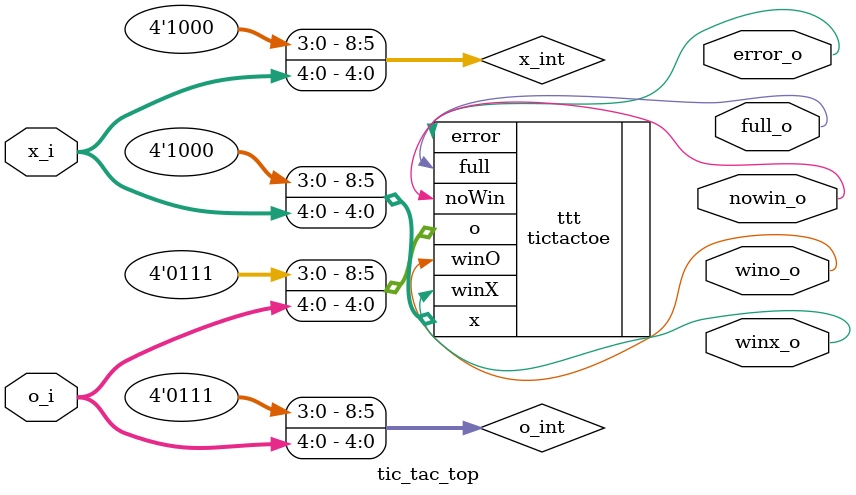
<source format=sv>
module tic_tac_top (
  input  logic[4:0] x_i,
  input  logic[4:0] o_i,
  output logic      error_o,
  output logic      full_o,
  output logic      winx_o,
  output logic      wino_o,
  output logic      nowin_o
);
  
logic[8:0] x_int;
logic[8:0] o_int;

assign x_int = {4'b1000, x_i} ;
assign o_int = {4'b0111, o_i};

tictactoe ttt (
  .x     (x_int),
  .o     (o_int),
  .error (error_o),
  .full  (full_o),
  .winX  (winx_o),
  .winO  (wino_o),
  .noWin (nowin_o)
);
  
endmodule

</source>
